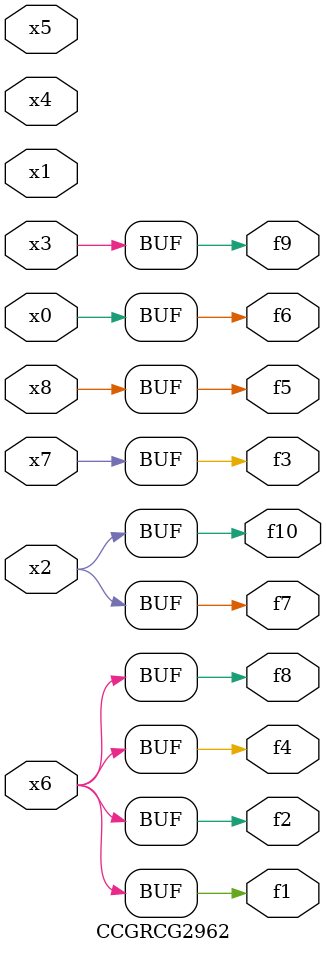
<source format=v>
module CCGRCG2962(
	input x0, x1, x2, x3, x4, x5, x6, x7, x8,
	output f1, f2, f3, f4, f5, f6, f7, f8, f9, f10
);
	assign f1 = x6;
	assign f2 = x6;
	assign f3 = x7;
	assign f4 = x6;
	assign f5 = x8;
	assign f6 = x0;
	assign f7 = x2;
	assign f8 = x6;
	assign f9 = x3;
	assign f10 = x2;
endmodule

</source>
